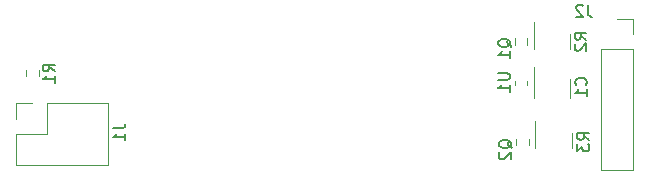
<source format=gbr>
%TF.GenerationSoftware,KiCad,Pcbnew,(6.0.2)*%
%TF.CreationDate,2022-03-28T13:54:43-07:00*%
%TF.ProjectId,i-fucking-love-fucking-you,692d6675-636b-4696-9e67-2d6c6f76652d,rev?*%
%TF.SameCoordinates,Original*%
%TF.FileFunction,Legend,Bot*%
%TF.FilePolarity,Positive*%
%FSLAX46Y46*%
G04 Gerber Fmt 4.6, Leading zero omitted, Abs format (unit mm)*
G04 Created by KiCad (PCBNEW (6.0.2)) date 2022-03-28 13:54:43*
%MOMM*%
%LPD*%
G01*
G04 APERTURE LIST*
%ADD10C,0.150000*%
%ADD11C,0.120000*%
G04 APERTURE END LIST*
D10*
%TO.C,R1*%
X149282380Y-71568050D02*
X148806190Y-71234717D01*
X149282380Y-70996621D02*
X148282380Y-70996621D01*
X148282380Y-71377574D01*
X148330000Y-71472812D01*
X148377619Y-71520431D01*
X148472857Y-71568050D01*
X148615714Y-71568050D01*
X148710952Y-71520431D01*
X148758571Y-71472812D01*
X148806190Y-71377574D01*
X148806190Y-70996621D01*
X149282380Y-72520431D02*
X149282380Y-71949002D01*
X149282380Y-72234717D02*
X148282380Y-72234717D01*
X148425238Y-72139478D01*
X148520476Y-72044240D01*
X148568095Y-71949002D01*
%TO.C,R3*%
X194552380Y-77368050D02*
X194076190Y-77034717D01*
X194552380Y-76796621D02*
X193552380Y-76796621D01*
X193552380Y-77177574D01*
X193600000Y-77272812D01*
X193647619Y-77320431D01*
X193742857Y-77368050D01*
X193885714Y-77368050D01*
X193980952Y-77320431D01*
X194028571Y-77272812D01*
X194076190Y-77177574D01*
X194076190Y-76796621D01*
X193552380Y-77701383D02*
X193552380Y-78320431D01*
X193933333Y-77987097D01*
X193933333Y-78129955D01*
X193980952Y-78225193D01*
X194028571Y-78272812D01*
X194123809Y-78320431D01*
X194361904Y-78320431D01*
X194457142Y-78272812D01*
X194504761Y-78225193D01*
X194552380Y-78129955D01*
X194552380Y-77844240D01*
X194504761Y-77749002D01*
X194457142Y-77701383D01*
%TO.C,C1*%
X194257142Y-72718050D02*
X194304761Y-72670431D01*
X194352380Y-72527574D01*
X194352380Y-72432336D01*
X194304761Y-72289478D01*
X194209523Y-72194240D01*
X194114285Y-72146621D01*
X193923809Y-72099002D01*
X193780952Y-72099002D01*
X193590476Y-72146621D01*
X193495238Y-72194240D01*
X193400000Y-72289478D01*
X193352380Y-72432336D01*
X193352380Y-72527574D01*
X193400000Y-72670431D01*
X193447619Y-72718050D01*
X194352380Y-73670431D02*
X194352380Y-73099002D01*
X194352380Y-73384717D02*
X193352380Y-73384717D01*
X193495238Y-73289478D01*
X193590476Y-73194240D01*
X193638095Y-73099002D01*
%TO.C,Q2*%
X187997619Y-78089478D02*
X187950000Y-77994240D01*
X187854761Y-77899002D01*
X187711904Y-77756145D01*
X187664285Y-77660907D01*
X187664285Y-77565669D01*
X187902380Y-77613288D02*
X187854761Y-77518050D01*
X187759523Y-77422812D01*
X187569047Y-77375193D01*
X187235714Y-77375193D01*
X187045238Y-77422812D01*
X186950000Y-77518050D01*
X186902380Y-77613288D01*
X186902380Y-77803764D01*
X186950000Y-77899002D01*
X187045238Y-77994240D01*
X187235714Y-78041859D01*
X187569047Y-78041859D01*
X187759523Y-77994240D01*
X187854761Y-77899002D01*
X187902380Y-77803764D01*
X187902380Y-77613288D01*
X186997619Y-78422812D02*
X186950000Y-78470431D01*
X186902380Y-78565669D01*
X186902380Y-78803764D01*
X186950000Y-78899002D01*
X186997619Y-78946621D01*
X187092857Y-78994240D01*
X187188095Y-78994240D01*
X187330952Y-78946621D01*
X187902380Y-78375193D01*
X187902380Y-78994240D01*
%TO.C,J2*%
X194433333Y-65937097D02*
X194433333Y-66651383D01*
X194480952Y-66794240D01*
X194576190Y-66889478D01*
X194719047Y-66937097D01*
X194814285Y-66937097D01*
X194004761Y-66032336D02*
X193957142Y-65984717D01*
X193861904Y-65937097D01*
X193623809Y-65937097D01*
X193528571Y-65984717D01*
X193480952Y-66032336D01*
X193433333Y-66127574D01*
X193433333Y-66222812D01*
X193480952Y-66365669D01*
X194052380Y-66937097D01*
X193433333Y-66937097D01*
%TO.C,Q1*%
X187947619Y-69539478D02*
X187900000Y-69444240D01*
X187804761Y-69349002D01*
X187661904Y-69206145D01*
X187614285Y-69110907D01*
X187614285Y-69015669D01*
X187852380Y-69063288D02*
X187804761Y-68968050D01*
X187709523Y-68872812D01*
X187519047Y-68825193D01*
X187185714Y-68825193D01*
X186995238Y-68872812D01*
X186900000Y-68968050D01*
X186852380Y-69063288D01*
X186852380Y-69253764D01*
X186900000Y-69349002D01*
X186995238Y-69444240D01*
X187185714Y-69491859D01*
X187519047Y-69491859D01*
X187709523Y-69444240D01*
X187804761Y-69349002D01*
X187852380Y-69253764D01*
X187852380Y-69063288D01*
X187852380Y-70444240D02*
X187852380Y-69872812D01*
X187852380Y-70158526D02*
X186852380Y-70158526D01*
X186995238Y-70063288D01*
X187090476Y-69968050D01*
X187138095Y-69872812D01*
%TO.C,J1*%
X154252380Y-76401383D02*
X154966666Y-76401383D01*
X155109523Y-76353764D01*
X155204761Y-76258526D01*
X155252380Y-76115669D01*
X155252380Y-76020431D01*
X155252380Y-77401383D02*
X155252380Y-76829955D01*
X155252380Y-77115669D02*
X154252380Y-77115669D01*
X154395238Y-77020431D01*
X154490476Y-76925193D01*
X154538095Y-76829955D01*
%TO.C,R2*%
X194302380Y-68868050D02*
X193826190Y-68534717D01*
X194302380Y-68296621D02*
X193302380Y-68296621D01*
X193302380Y-68677574D01*
X193350000Y-68772812D01*
X193397619Y-68820431D01*
X193492857Y-68868050D01*
X193635714Y-68868050D01*
X193730952Y-68820431D01*
X193778571Y-68772812D01*
X193826190Y-68677574D01*
X193826190Y-68296621D01*
X193397619Y-69249002D02*
X193350000Y-69296621D01*
X193302380Y-69391859D01*
X193302380Y-69629955D01*
X193350000Y-69725193D01*
X193397619Y-69772812D01*
X193492857Y-69820431D01*
X193588095Y-69820431D01*
X193730952Y-69772812D01*
X194302380Y-69201383D01*
X194302380Y-69820431D01*
%TO.C,U1*%
X186802380Y-71722812D02*
X187611904Y-71722812D01*
X187707142Y-71770431D01*
X187754761Y-71818050D01*
X187802380Y-71913288D01*
X187802380Y-72103764D01*
X187754761Y-72199002D01*
X187707142Y-72246621D01*
X187611904Y-72294240D01*
X186802380Y-72294240D01*
X187802380Y-73294240D02*
X187802380Y-72722812D01*
X187802380Y-73008526D02*
X186802380Y-73008526D01*
X186945238Y-72913288D01*
X187040476Y-72818050D01*
X187088095Y-72722812D01*
D11*
%TO.C,R1*%
X146877500Y-71989441D02*
X146877500Y-71479993D01*
X147922500Y-71989441D02*
X147922500Y-71479993D01*
%TO.C,R3*%
X189422500Y-77789441D02*
X189422500Y-77279993D01*
X188377500Y-77789441D02*
X188377500Y-77279993D01*
%TO.C,C1*%
X189310000Y-72680984D02*
X189310000Y-72388450D01*
X188290000Y-72680984D02*
X188290000Y-72388450D01*
%TO.C,Q2*%
X193060000Y-77434717D02*
X193060000Y-76784717D01*
X189940000Y-77434717D02*
X189940000Y-75759717D01*
X189940000Y-77434717D02*
X189940000Y-78084717D01*
X193060000Y-77434717D02*
X193060000Y-78084717D01*
%TO.C,J2*%
X198230000Y-79924717D02*
X195570000Y-79924717D01*
X198230000Y-69704717D02*
X198230000Y-79924717D01*
X195570000Y-69704717D02*
X195570000Y-79924717D01*
X198230000Y-68434717D02*
X198230000Y-67104717D01*
X198230000Y-69704717D02*
X195570000Y-69704717D01*
X198230000Y-67104717D02*
X196900000Y-67104717D01*
%TO.C,Q1*%
X189840000Y-69034717D02*
X189840000Y-69684717D01*
X192960000Y-69034717D02*
X192960000Y-69684717D01*
X192960000Y-69034717D02*
X192960000Y-68384717D01*
X189840000Y-69034717D02*
X189840000Y-67359717D01*
%TO.C,J1*%
X148630000Y-74264717D02*
X153770000Y-74264717D01*
X146030000Y-74264717D02*
X146030000Y-75594717D01*
X148630000Y-74264717D02*
X148630000Y-76864717D01*
X146030000Y-76864717D02*
X146030000Y-79464717D01*
X147360000Y-74264717D02*
X146030000Y-74264717D01*
X148630000Y-76864717D02*
X146030000Y-76864717D01*
X146030000Y-79464717D02*
X153770000Y-79464717D01*
X153770000Y-74264717D02*
X153770000Y-79464717D01*
%TO.C,R2*%
X188277500Y-69289441D02*
X188277500Y-68779993D01*
X189322500Y-69289441D02*
X189322500Y-68779993D01*
%TO.C,U1*%
X189840000Y-73034717D02*
X189840000Y-71234717D01*
X189840000Y-73034717D02*
X189840000Y-73834717D01*
X192960000Y-73034717D02*
X192960000Y-73834717D01*
X192960000Y-73034717D02*
X192960000Y-72234717D01*
%TD*%
M02*

</source>
